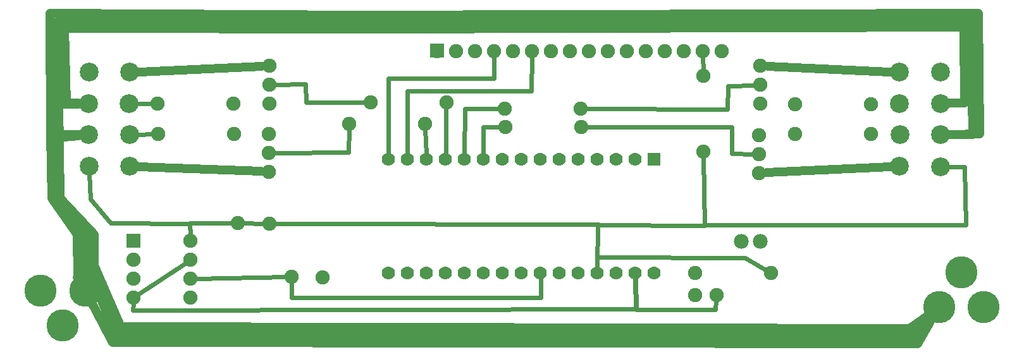
<source format=gtl>
G04 MADE WITH FRITZING*
G04 WWW.FRITZING.ORG*
G04 DOUBLE SIDED*
G04 HOLES PLATED*
G04 CONTOUR ON CENTER OF CONTOUR VECTOR*
%ASAXBY*%
%FSLAX23Y23*%
%MOIN*%
%OFA0B0*%
%SFA1.0B1.0*%
%ADD10C,0.075000*%
%ADD11C,0.099055*%
%ADD12C,0.070000*%
%ADD13C,0.078000*%
%ADD14C,0.170000*%
%ADD15R,0.075000X0.075000*%
%ADD16R,0.070000X0.069972*%
%ADD17C,0.048000*%
%ADD18C,0.024000*%
%ADD19R,0.001000X0.001000*%
%LNCOPPER1*%
G90*
G70*
G54D10*
X2225Y1596D03*
X2325Y1596D03*
X2425Y1596D03*
X2525Y1596D03*
X2625Y1596D03*
X2725Y1596D03*
X2825Y1596D03*
X2925Y1596D03*
X3025Y1596D03*
X3125Y1596D03*
X3225Y1596D03*
X3325Y1596D03*
X3425Y1596D03*
X3525Y1596D03*
X3625Y1596D03*
X3725Y1596D03*
G54D11*
X390Y1486D03*
G54D12*
X3369Y1025D03*
X3269Y1025D03*
X3169Y1025D03*
X3069Y1025D03*
X2969Y1025D03*
X2869Y1025D03*
X2769Y1025D03*
X2669Y1025D03*
X2569Y1025D03*
X2469Y1025D03*
X2369Y1025D03*
X2269Y1025D03*
X2169Y1025D03*
X2069Y1025D03*
X1969Y1025D03*
X3369Y425D03*
X3269Y425D03*
X3169Y425D03*
X3069Y425D03*
X2969Y425D03*
X2869Y425D03*
X2769Y425D03*
X2669Y425D03*
X2569Y425D03*
X2469Y425D03*
X2369Y425D03*
X2269Y425D03*
X2169Y425D03*
X2069Y425D03*
X1969Y425D03*
G54D11*
X4878Y1319D03*
X4878Y1154D03*
G54D10*
X1340Y1517D03*
X1340Y1417D03*
X1340Y1317D03*
X1339Y959D03*
X1339Y1059D03*
X1339Y1159D03*
X3922Y951D03*
X3922Y1051D03*
X3922Y1151D03*
X3929Y1517D03*
X3929Y1417D03*
X3929Y1317D03*
X2980Y1291D03*
X2580Y1291D03*
X2985Y1195D03*
X2585Y1195D03*
X1760Y1210D03*
X2160Y1210D03*
X1874Y1323D03*
X2274Y1323D03*
G54D11*
X4879Y1484D03*
X606Y1484D03*
X4660Y1483D03*
X387Y1153D03*
X4662Y989D03*
X604Y987D03*
X387Y1317D03*
X4660Y1319D03*
X4664Y1153D03*
X605Y1154D03*
X603Y1319D03*
X390Y988D03*
X4878Y986D03*
G54D10*
X625Y594D03*
X925Y594D03*
X625Y494D03*
X925Y494D03*
X625Y394D03*
X925Y394D03*
X625Y294D03*
X925Y294D03*
X3627Y1464D03*
X3627Y1064D03*
X1340Y684D03*
X1623Y401D03*
X3985Y425D03*
X3585Y425D03*
X1176Y687D03*
X1459Y405D03*
X4511Y1315D03*
X4111Y1315D03*
X4511Y1157D03*
X4111Y1157D03*
X751Y1317D03*
X1151Y1317D03*
X754Y1159D03*
X1154Y1159D03*
G54D13*
X3828Y590D03*
X3928Y590D03*
G54D10*
X3697Y309D03*
X3586Y308D03*
G54D14*
X4870Y243D03*
X5106Y243D03*
X4988Y428D03*
X4870Y243D03*
X5106Y243D03*
X4988Y428D03*
X371Y332D03*
X135Y332D03*
X253Y147D03*
X371Y332D03*
X135Y332D03*
X253Y147D03*
G54D15*
X2224Y1597D03*
G54D16*
X3369Y1025D03*
G54D15*
X625Y594D03*
G54D17*
X220Y1138D02*
X220Y820D01*
D02*
X220Y820D02*
X370Y661D01*
D02*
X370Y661D02*
X394Y430D01*
D02*
X394Y430D02*
X528Y103D01*
D02*
X528Y103D02*
X4726Y88D01*
D02*
X4726Y88D02*
X4814Y183D01*
D02*
X335Y1148D02*
X220Y1138D01*
D02*
X514Y57D02*
X4757Y50D01*
D02*
X4757Y50D02*
X4829Y173D01*
D02*
X409Y260D02*
X514Y57D01*
D02*
X201Y1321D02*
X211Y849D01*
D02*
X211Y849D02*
X418Y627D01*
D02*
X418Y627D02*
X418Y464D01*
D02*
X418Y464D02*
X557Y141D01*
D02*
X557Y141D02*
X4716Y131D01*
D02*
X4716Y131D02*
X4804Y195D01*
D02*
X335Y1318D02*
X201Y1321D01*
G54D18*
D02*
X3692Y231D02*
X3274Y231D01*
D02*
X3274Y231D02*
X3270Y396D01*
D02*
X3695Y281D02*
X3692Y231D01*
G54D17*
D02*
X233Y1315D02*
X335Y1316D01*
D02*
X5047Y1153D02*
X5037Y1755D01*
D02*
X5037Y1755D02*
X224Y1750D01*
D02*
X224Y1750D02*
X226Y1344D01*
D02*
X226Y1344D02*
X233Y1315D01*
D02*
X4930Y1154D02*
X5047Y1153D01*
D02*
X330Y397D02*
X327Y401D01*
D02*
X372Y630D02*
X371Y413D01*
D02*
X238Y821D02*
X372Y630D01*
D02*
X230Y1325D02*
X238Y821D01*
D02*
X335Y1320D02*
X230Y1325D01*
D02*
X328Y628D02*
X330Y397D01*
D02*
X194Y818D02*
X328Y628D01*
D02*
X335Y1154D02*
X187Y1156D01*
D02*
X187Y1156D02*
X194Y818D01*
D02*
X1299Y961D02*
X656Y985D01*
D02*
X4608Y1486D02*
X3969Y1515D01*
D02*
X4610Y986D02*
X3962Y953D01*
D02*
X1300Y1515D02*
X658Y1486D01*
D02*
X271Y1320D02*
X263Y1713D01*
D02*
X263Y1713D02*
X1902Y1711D01*
D02*
X335Y1318D02*
X271Y1320D01*
D02*
X184Y1795D02*
X1814Y1785D01*
D02*
X335Y1154D02*
X188Y1155D01*
D02*
X188Y1155D02*
X184Y1795D01*
G54D18*
D02*
X2162Y1181D02*
X2168Y1054D01*
D02*
X1760Y1181D02*
X1759Y1060D01*
D02*
X722Y1318D02*
X644Y1319D01*
D02*
X725Y1158D02*
X645Y1155D01*
D02*
X1845Y1323D02*
X1535Y1324D01*
D02*
X1535Y1324D02*
X1531Y1420D01*
D02*
X2273Y1294D02*
X2270Y1054D01*
G54D17*
D02*
X5006Y1321D02*
X5001Y1720D01*
D02*
X5001Y1720D02*
X1902Y1711D01*
D02*
X4929Y1320D02*
X5006Y1321D01*
D02*
X5084Y1157D02*
X5077Y1795D01*
D02*
X5077Y1795D02*
X1814Y1785D01*
D02*
X4930Y1155D02*
X5084Y1157D01*
G54D18*
D02*
X3009Y1291D02*
X3756Y1288D01*
D02*
X2552Y1291D02*
X2370Y1292D01*
D02*
X2556Y1195D02*
X2468Y1196D01*
D02*
X3779Y1196D02*
X3014Y1195D01*
D02*
X3779Y1053D02*
X3779Y1196D01*
D02*
X3894Y1051D02*
X3779Y1053D01*
D02*
X3625Y1568D02*
X3627Y1493D01*
D02*
X2468Y1196D02*
X2469Y1054D01*
D02*
X2370Y1292D02*
X2369Y1054D01*
D02*
X1531Y1420D02*
X1369Y1418D01*
D02*
X2069Y1384D02*
X2723Y1384D01*
D02*
X2723Y1384D02*
X2725Y1568D01*
D02*
X2069Y1054D02*
X2069Y1384D01*
D02*
X3070Y674D02*
X3075Y680D01*
D02*
X3075Y680D02*
X1369Y684D01*
D02*
X3069Y454D02*
X3070Y674D01*
D02*
X3756Y1288D02*
X3757Y1412D01*
D02*
X3757Y1412D02*
X3900Y1416D01*
D02*
X1969Y1451D02*
X2525Y1452D01*
D02*
X2525Y1452D02*
X2525Y1568D01*
D02*
X1969Y1054D02*
X1969Y1451D01*
D02*
X921Y688D02*
X1147Y687D01*
D02*
X924Y623D02*
X921Y688D01*
D02*
X1204Y687D02*
X1312Y684D01*
D02*
X954Y395D02*
X1430Y404D01*
D02*
X2772Y294D02*
X1459Y294D01*
D02*
X1459Y294D02*
X1459Y376D01*
D02*
X2770Y396D02*
X2772Y294D01*
D02*
X505Y687D02*
X921Y686D01*
D02*
X398Y813D02*
X505Y687D01*
D02*
X921Y686D02*
X924Y623D01*
D02*
X392Y947D02*
X398Y813D01*
D02*
X3068Y509D02*
X3069Y454D01*
D02*
X3848Y503D02*
X3068Y509D01*
D02*
X3960Y439D02*
X3848Y503D01*
D02*
X649Y310D02*
X902Y478D01*
D02*
X623Y227D02*
X3271Y234D01*
D02*
X3271Y234D02*
X3269Y396D01*
D02*
X624Y266D02*
X623Y227D01*
D02*
X1759Y1060D02*
X1367Y1059D01*
D02*
X3635Y674D02*
X3628Y1036D01*
D02*
X3070Y679D02*
X3635Y674D01*
D02*
X3069Y454D02*
X3070Y679D01*
D02*
X5010Y678D02*
X3636Y679D01*
D02*
X3636Y679D02*
X3628Y1036D01*
D02*
X5006Y984D02*
X5010Y678D01*
D02*
X4918Y985D02*
X5006Y984D01*
G54D19*
D02*
G04 End of Copper1*
M02*
</source>
